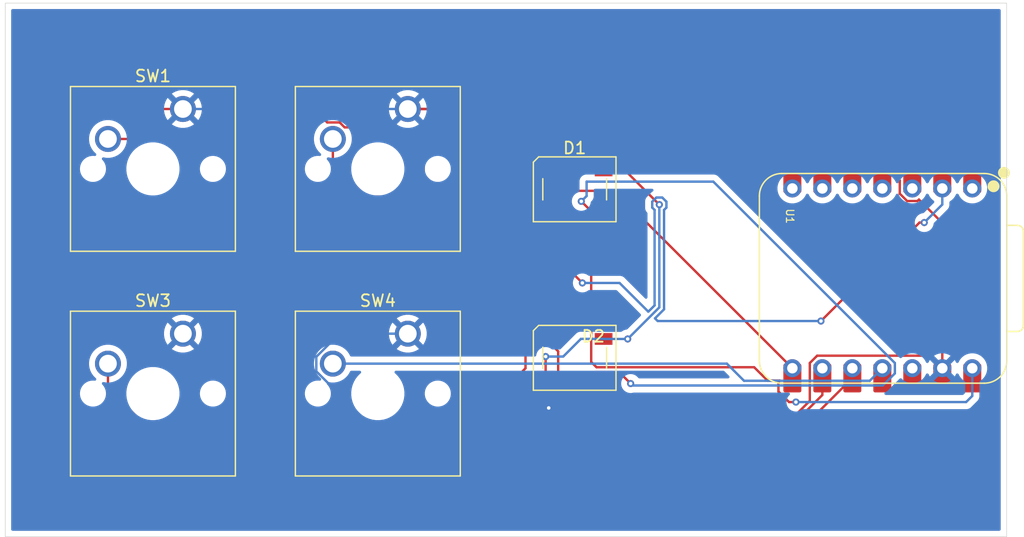
<source format=kicad_pcb>
(kicad_pcb (version 20241229) (generator "pcbnew") (generator_version "9.0")
  (layers (0 "F.Cu" signal) (2 "B.Cu" signal) (13 "F.Paste" user) (15 "B.Paste" user) (5 "F.SilkS" user "F.Silkscreen") (7 "B.SilkS" user "B.Silkscreen") (1 "F.Mask" user) (3 "B.Mask" user) (25 "Edge.Cuts" user))
  (net 0 "")
  (net 1 "GND")
  (net 2 "Net-(D1-DOUT)")
  (net 3 "Net-(U1-GPIO1{slash}RX)")
  (net 4 "Net-(U1-GPIO2{slash}SCK)")
  (net 5 "Net-(U1-GPIO4{slash}MISO)")
  (net 6 "Net-(U1-GPIO3{slash}MOSI)")
  (net 8 "+5V")
  (net 14 "Net-(D1-DIN)")
  (footprint "OPL:XIAO-RP2040-DIP" (layer "F.Cu") (at 164.02 92.94 -90)
    (property "Reference" "U1" (at -5.27 7.83 270) (layer "F.SilkS") (effects (font (size 0.635 0.635) (thickness 0.1016))))
    (property "Value" "XIAO-RP2040-DIP")
    (fp_line (start -6.985 10.414) (end 6.985 10.414) (stroke (width 0.127)) (layer "F.SilkS"))
    (fp_line (start -8.89 8.509) (end -8.89 -8.636) (stroke (width 0.127)) (layer "F.SilkS"))
    (fp_line (start 8.89 8.509) (end 8.89 -8.636) (stroke (width 0.127)) (layer "F.SilkS"))
    (fp_line (start -4.495 -10.541) (end -4.491272 -11.451272) (stroke (width 0.127)) (layer "F.SilkS"))
    (fp_line (start 6.985 -10.541) (end -6.985 -10.541) (stroke (width 0.1)) (layer "F.SilkS"))
    (fp_line (start 6.985 -10.541) (end -6.985 -10.541) (stroke (width 0.127)) (layer "F.SilkS"))
    (fp_line (start 4.504 -11.451) (end 4.504 -10.541) (stroke (width 0.127)) (layer "F.SilkS"))
    (fp_line (start -3.991272 -11.951) (end 4.004 -11.951) (stroke (width 0.127)) (layer "F.SilkS"))
    (fp_arc (start -6.985 10.414) (mid -8.332038 9.856038) (end -8.89 8.509) (stroke (width 0.127)) (layer "F.SilkS"))
    (fp_arc (start 8.89 8.509) (mid 8.332038 9.856038) (end 6.985 10.414) (stroke (width 0.127)) (layer "F.SilkS"))
    (fp_arc (start -8.89 -8.636) (mid -8.332038 -9.983038) (end -6.985 -10.541) (stroke (width 0.127)) (layer "F.SilkS"))
    (fp_arc (start 6.985 -10.541) (mid 8.332038 -9.983038) (end 8.89 -8.636) (stroke (width 0.127)) (layer "F.SilkS"))
    (fp_arc (start -4.491272 -11.451272) (mid -4.344728 -11.80464) (end -3.991272 -11.951) (stroke (width 0.127)) (layer "F.SilkS"))
    (fp_arc (start 4.004 -11.951) (mid 4.357553 -11.804553) (end 4.504 -11.451) (stroke (width 0.127)) (layer "F.SilkS"))
    (fp_circle (center -7.807 -9.42) (end -7.807 -9.674) (stroke (width 0.5)) (fill yes) (layer "F.SilkS"))
    (fp_circle (center -8.95 -10.3) (end -8.95 -10.554) (stroke (width 0.5)) (fill yes) (layer "F.SilkS"))
    (pad "1" smd roundrect (at -8.455 -7.62 90) (size 2.432 1.524) (layers "F.Cu" "F.Mask") (roundrect_rratio 0.1))
    (pad "1" thru_hole circle (at -7.62 -7.62 90) (size 1.524 1.524) (drill 0.889) (layers "*.Cu" "*.Mask"))
    (pad "2" smd roundrect (at -8.455 -5.08 90) (size 2.432 1.524) (layers "F.Cu" "F.Mask") (roundrect_rratio 0.1) (net 14 "Net-(D1-DIN)"))
    (pad "2" thru_hole circle (at -7.62 -5.08 90) (size 1.524 1.524) (drill 0.889) (layers "*.Cu" "*.Mask") (net 14 "Net-(D1-DIN)"))
    (pad "3" smd roundrect (at -8.455 -2.54 90) (size 2.432 1.524) (layers "F.Cu" "F.Mask") (roundrect_rratio 0.1))
    (pad "3" thru_hole circle (at -7.62 -2.54 90) (size 1.524 1.524) (drill 0.889) (layers "*.Cu" "*.Mask"))
    (pad "4" smd roundrect (at -8.455 0 90) (size 2.432 1.524) (layers "F.Cu" "F.Mask") (roundrect_rratio 0.1))
    (pad "4" thru_hole circle (at -7.62 0 90) (size 1.524 1.524) (drill 0.889) (layers "*.Cu" "*.Mask"))
    (pad "5" smd roundrect (at -8.455 2.54 90) (size 2.432 1.524) (layers "F.Cu" "F.Mask") (roundrect_rratio 0.1))
    (pad "5" thru_hole circle (at -7.62 2.54 90) (size 1.524 1.524) (drill 0.889) (layers "*.Cu" "*.Mask"))
    (pad "6" smd roundrect (at -8.455 5.08 90) (size 2.432 1.524) (layers "F.Cu" "F.Mask") (roundrect_rratio 0.1))
    (pad "6" thru_hole circle (at -7.62 5.08 90) (size 1.524 1.524) (drill 0.889) (layers "*.Cu" "*.Mask"))
    (pad "7" smd roundrect (at -8.455 7.62 90) (size 2.432 1.524) (layers "F.Cu" "F.Mask") (roundrect_rratio 0.1))
    (pad "7" thru_hole circle (at -7.62 7.62 90) (size 1.524 1.524) (drill 0.889) (layers "*.Cu" "*.Mask"))
    (pad "8" thru_hole circle (at 7.62 7.62 270) (size 1.524 1.524) (drill 0.889) (layers "*.Cu" "*.Mask") (net 3 "Net-(U1-GPIO1{slash}RX)"))
    (pad "8" smd roundrect (at 8.455 7.62 270) (size 2.432 1.524) (layers "F.Cu" "F.Mask") (roundrect_rratio 0.1) (net 3 "Net-(U1-GPIO1{slash}RX)"))
    (pad "9" thru_hole circle (at 7.62 5.08 270) (size 1.524 1.524) (drill 0.889) (layers "*.Cu" "*.Mask") (net 4 "Net-(U1-GPIO2{slash}SCK)"))
    (pad "9" smd roundrect (at 8.455 5.08 270) (size 2.432 1.524) (layers "F.Cu" "F.Mask") (roundrect_rratio 0.1) (net 4 "Net-(U1-GPIO2{slash}SCK)"))
    (pad "10" thru_hole circle (at 7.62 2.54 270) (size 1.524 1.524) (drill 0.889) (layers "*.Cu" "*.Mask") (net 5 "Net-(U1-GPIO4{slash}MISO)"))
    (pad "10" smd roundrect (at 8.455 2.54 270) (size 2.432 1.524) (layers "F.Cu" "F.Mask") (roundrect_rratio 0.1) (net 5 "Net-(U1-GPIO4{slash}MISO)"))
    (pad "11" thru_hole circle (at 7.62 0 270) (size 1.524 1.524) (drill 0.889) (layers "*.Cu" "*.Mask") (net 6 "Net-(U1-GPIO3{slash}MOSI)"))
    (pad "11" smd roundrect (at 8.455 0 270) (size 2.432 1.524) (layers "F.Cu" "F.Mask") (roundrect_rratio 0.1) (net 6 "Net-(U1-GPIO3{slash}MOSI)"))
    (pad "12" thru_hole circle (at 7.62 -2.54 270) (size 1.524 1.524) (drill 0.889) (layers "*.Cu" "*.Mask"))
    (pad "12" smd roundrect (at 8.455 -2.54 270) (size 2.432 1.524) (layers "F.Cu" "F.Mask") (roundrect_rratio 0.1))
    (pad "13" thru_hole circle (at 7.62 -5.08 270) (size 1.524 1.524) (drill 0.889) (layers "*.Cu" "*.Mask") (net 1 "GND"))
    (pad "13" smd roundrect (at 8.455 -5.08 270) (size 2.432 1.524) (layers "F.Cu" "F.Mask") (roundrect_rratio 0.1) (net 1 "GND"))
    (pad "14" thru_hole circle (at 7.62 -7.62 270) (size 1.524 1.524) (drill 0.889) (layers "*.Cu" "*.Mask") (net 8 "+5V"))
    (pad "14" smd roundrect (at 8.455 -7.62 270) (size 2.432 1.524) (layers "F.Cu" "F.Mask") (roundrect_rratio 0.1) (net 8 "+5V"))
  )
  (footprint "Button_Switch_Keyboard:SW_Cherry_MX_1.00u_PCB" (layer "F.Cu") (at 104.775 78.58125)
    (property "Reference" "SW1" (at -2.54 -2.794 0) (layer "F.SilkS"))
    (property "Value" "SW_Push")
    (fp_line (start -9.525 -1.905) (end 4.445 -1.905) (stroke (width 0.12)) (layer "F.SilkS"))
    (fp_line (start -9.525 12.065) (end -9.525 -1.905) (stroke (width 0.12)) (layer "F.SilkS"))
    (fp_line (start 4.445 -1.905) (end 4.445 12.065) (stroke (width 0.12)) (layer "F.SilkS"))
    (fp_line (start 4.445 12.065) (end -9.525 12.065) (stroke (width 0.12)) (layer "F.SilkS"))
    (pad "" np_thru_hole circle (at -7.62 5.08) (size 1.7 1.7) (drill 1.7) (layers "*.Cu" "*.Mask"))
    (pad "" np_thru_hole circle (at -2.54 5.08) (size 4 4) (drill 4) (layers "*.Cu" "*.Mask"))
    (pad "" np_thru_hole circle (at 2.54 5.08) (size 1.7 1.7) (drill 1.7) (layers "*.Cu" "*.Mask"))
    (pad "1" thru_hole circle (at 0 0) (size 2.2 2.2) (drill 1.5) (layers "*.Cu" "*.Mask") (net 1 "GND"))
    (pad "2" thru_hole circle (at -6.35 2.54) (size 2.2 2.2) (drill 1.5) (layers "*.Cu" "*.Mask") (net 3 "Net-(U1-GPIO1{slash}RX)"))
  )
  (footprint "Button_Switch_Keyboard:SW_Cherry_MX_1.00u_PCB" (layer "F.Cu") (at 123.825 97.63125)
    (property "Reference" "SW4" (at -2.54 -2.794 0) (layer "F.SilkS"))
    (property "Value" "SW_Push")
    (fp_line (start -9.525 -1.905) (end 4.445 -1.905) (stroke (width 0.12)) (layer "F.SilkS"))
    (fp_line (start -9.525 12.065) (end -9.525 -1.905) (stroke (width 0.12)) (layer "F.SilkS"))
    (fp_line (start 4.445 -1.905) (end 4.445 12.065) (stroke (width 0.12)) (layer "F.SilkS"))
    (fp_line (start 4.445 12.065) (end -9.525 12.065) (stroke (width 0.12)) (layer "F.SilkS"))
    (pad "" np_thru_hole circle (at -7.62 5.08) (size 1.7 1.7) (drill 1.7) (layers "*.Cu" "*.Mask"))
    (pad "" np_thru_hole circle (at -2.54 5.08) (size 4 4) (drill 4) (layers "*.Cu" "*.Mask"))
    (pad "" np_thru_hole circle (at 2.54 5.08) (size 1.7 1.7) (drill 1.7) (layers "*.Cu" "*.Mask"))
    (pad "1" thru_hole circle (at 0 0) (size 2.2 2.2) (drill 1.5) (layers "*.Cu" "*.Mask") (net 1 "GND"))
    (pad "2" thru_hole circle (at -6.35 2.54) (size 2.2 2.2) (drill 1.5) (layers "*.Cu" "*.Mask") (net 6 "Net-(U1-GPIO3{slash}MOSI)"))
  )
  (footprint "Button_Switch_Keyboard:SW_Cherry_MX_1.00u_PCB" (layer "F.Cu") (at 104.775 97.63125)
    (property "Reference" "SW3" (at -2.54 -2.794 0) (layer "F.SilkS"))
    (property "Value" "SW_Push")
    (fp_line (start -9.525 -1.905) (end 4.445 -1.905) (stroke (width 0.12)) (layer "F.SilkS"))
    (fp_line (start -9.525 12.065) (end -9.525 -1.905) (stroke (width 0.12)) (layer "F.SilkS"))
    (fp_line (start 4.445 -1.905) (end 4.445 12.065) (stroke (width 0.12)) (layer "F.SilkS"))
    (fp_line (start 4.445 12.065) (end -9.525 12.065) (stroke (width 0.12)) (layer "F.SilkS"))
    (pad "" np_thru_hole circle (at -7.62 5.08) (size 1.7 1.7) (drill 1.7) (layers "*.Cu" "*.Mask"))
    (pad "" np_thru_hole circle (at -2.54 5.08) (size 4 4) (drill 4) (layers "*.Cu" "*.Mask"))
    (pad "" np_thru_hole circle (at 2.54 5.08) (size 1.7 1.7) (drill 1.7) (layers "*.Cu" "*.Mask"))
    (pad "1" thru_hole circle (at 0 0) (size 2.2 2.2) (drill 1.5) (layers "*.Cu" "*.Mask") (net 1 "GND"))
    (pad "2" thru_hole circle (at -6.35 2.54) (size 2.2 2.2) (drill 1.5) (layers "*.Cu" "*.Mask") (net 5 "Net-(U1-GPIO4{slash}MISO)"))
  )
  (footprint "Button_Switch_Keyboard:SW_Cherry_MX_1.00u_PCB" (layer "F.Cu") (at 123.825 78.58125)
    (property "Reference" "SW2" (hide yes))
    (property "Value" "SW_Push")
    (fp_line (start -9.525 -1.905) (end 4.445 -1.905) (stroke (width 0.12)) (layer "F.SilkS"))
    (fp_line (start -9.525 12.065) (end -9.525 -1.905) (stroke (width 0.12)) (layer "F.SilkS"))
    (fp_line (start 4.445 -1.905) (end 4.445 12.065) (stroke (width 0.12)) (layer "F.SilkS"))
    (fp_line (start 4.445 12.065) (end -9.525 12.065) (stroke (width 0.12)) (layer "F.SilkS"))
    (pad "" np_thru_hole circle (at -7.62 5.08) (size 1.7 1.7) (drill 1.7) (layers "*.Cu" "*.Mask"))
    (pad "" np_thru_hole circle (at -2.54 5.08) (size 4 4) (drill 4) (layers "*.Cu" "*.Mask"))
    (pad "" np_thru_hole circle (at 2.54 5.08) (size 1.7 1.7) (drill 1.7) (layers "*.Cu" "*.Mask"))
    (pad "1" thru_hole circle (at 0 0) (size 2.2 2.2) (drill 1.5) (layers "*.Cu" "*.Mask") (net 1 "GND"))
    (pad "2" thru_hole circle (at -6.35 2.54) (size 2.2 2.2) (drill 1.5) (layers "*.Cu" "*.Mask") (net 4 "Net-(U1-GPIO2{slash}SCK)"))
  )
  (footprint "LED_SMD:LED_SK6812_PLCC4_5.0x5.0mm_P3.2mm" (layer "F.Cu") (at 137.96 85.39)
    (property "Reference" "D1" (at 0 -3.5 0) (layer "F.SilkS"))
    (property "Value" "SK6812")
    (fp_line (start -3.5 -2.3) (end -3.5 2.75) (stroke (width 0.12)) (layer "F.SilkS"))
    (fp_line (start -3.05 -2.75) (end -3.5 -2.3) (stroke (width 0.12)) (layer "F.SilkS"))
    (fp_line (start -2.7 -0.9) (end -2.7 0.9) (stroke (width 0.12)) (layer "F.SilkS"))
    (fp_line (start 2.7 -0.9) (end 2.7 0.9) (stroke (width 0.12)) (layer "F.SilkS"))
    (fp_line (start 3.5 -2.75) (end -3.05 -2.75) (stroke (width 0.12)) (layer "F.SilkS"))
    (fp_line (start 3.5 2.75) (end -3.5 2.75) (stroke (width 0.12)) (layer "F.SilkS"))
    (fp_line (start 3.5 2.75) (end 3.5 -2.75) (stroke (width 0.12)) (layer "F.SilkS"))
    (pad "1" smd rect (at -2.45 -1.6 180) (size 1.5 1) (layers "F.Cu" "F.Mask" "F.Paste") (net 1 "GND"))
    (pad "2" smd rect (at -2.45 1.6 180) (size 1.5 1) (layers "F.Cu" "F.Mask" "F.Paste") (net 14 "Net-(D1-DIN)"))
    (pad "3" smd rect (at 2.45 1.6 180) (size 1.5 1) (layers "F.Cu" "F.Mask" "F.Paste") (net 8 "+5V"))
    (pad "4" smd rect (at 2.45 -1.6 180) (size 1.5 1) (layers "F.Cu" "F.Mask" "F.Paste") (net 2 "Net-(D1-DOUT)"))
  )
  (footprint "LED_SMD:LED_SK6812_PLCC4_5.0x5.0mm_P3.2mm" (layer "F.Cu") (at 137.96 99.6775)
    (property "Reference" "D2" (at 1.58 -1.82 0) (layer "F.SilkS"))
    (property "Value" "SK6812" (hide yes))
    (fp_line (start -3.5 -2.3) (end -3.5 2.75) (stroke (width 0.12)) (layer "F.SilkS"))
    (fp_line (start -3.05 -2.75) (end -3.5 -2.3) (stroke (width 0.12)) (layer "F.SilkS"))
    (fp_line (start -2.7 -0.9) (end -2.7 0.9) (stroke (width 0.12)) (layer "F.SilkS"))
    (fp_line (start 2.7 -0.9) (end 2.7 0.9) (stroke (width 0.12)) (layer "F.SilkS"))
    (fp_line (start 3.5 -2.75) (end -3.05 -2.75) (stroke (width 0.12)) (layer "F.SilkS"))
    (fp_line (start 3.5 2.75) (end -3.5 2.75) (stroke (width 0.12)) (layer "F.SilkS"))
    (fp_line (start 3.5 2.75) (end 3.5 -2.75) (stroke (width 0.12)) (layer "F.SilkS"))
    (pad "1" smd rect (at -2.45 -1.6 180) (size 1.5 1) (layers "F.Cu" "F.Mask" "F.Paste") (net 1 "GND"))
    (pad "2" smd rect (at -2.45 1.6 180) (size 1.5 1) (layers "F.Cu" "F.Mask" "F.Paste") (net 2 "Net-(D1-DOUT)"))
    (pad "3" smd rect (at 2.45 1.6 180) (size 1.5 1) (layers "F.Cu" "F.Mask" "F.Paste") (net 8 "+5V"))
    (pad "4" smd rect (at 2.45 -1.6 180) (size 1.5 1) (layers "F.Cu" "F.Mask" "F.Paste"))
  )
  (gr_rect (start 89.725 69.60375) (end 174.54875 114.8475) (stroke (width 0.05)) (fill no) (layer "Edge.Cuts"))
  (segment (start 157.877 100.11969) (end 158.49969 99.497) (width 0.2) (layer "F.Cu") (net 1))
  (segment (start 135.51 83.79) (end 135.27 84.03) (width 0.2) (layer "F.Cu") (net 1))
  (segment (start 158.49969 99.497) (end 168.037 99.497) (width 0.2) (layer "F.Cu") (net 1))
  (segment (start 165.083 84.223) (end 165.497 84.637) (width 0.2) (layer "F.Cu") (net 1))
  (segment (start 136.561 99.1285) (end 135.51 98.0775) (width 0.2) (layer "F.Cu") (net 1))
  (segment (start 166.11969 86.383) (end 167.00031 86.383) (width 0.2) (layer "F.Cu") (net 1))
  (segment (start 165.083 83.229374) (end 165.083 84.223) (width 0.2) (layer "F.Cu") (net 1))
  (segment (start 138.9515 104.719) (end 136.549 104.719) (width 0.2) (layer "F.Cu") (net 1))
  (segment (start 167.00031 86.383) (end 167.121655 86.261655) (width 0.2) (layer "F.Cu") (net 1))
  (segment (start 165.497 84.637) (end 165.497 85.76031) (width 0.2) (layer "F.Cu") (net 1))
  (segment (start 163.828 82.968) (end 164.821626 82.968) (width 0.2) (layer "F.Cu") (net 1))
  (segment (start 123.825 78.58125) (end 130.30125 78.58125) (width 0.2) (layer "F.Cu") (net 1))
  (segment (start 136.549 104.719) (end 135.76 103.93) (width 0.2) (layer "F.Cu") (net 1))
  (segment (start 135.27 84.03) (end 135.27 84.17) (width 0.2) (layer "F.Cu") (net 1))
  (segment (start 159.44125 78.58125) (end 163.828 82.968) (width 0.2) (layer "F.Cu") (net 1))
  (segment (start 156.4839 104.719) (end 157.877 103.3259) (width 0.2) (layer "F.Cu") (net 1))
  (segment (start 136.561 103.129) (end 136.561 99.1285) (width 0.2) (layer "F.Cu") (net 1))
  (segment (start 104.775 78.58125) (end 96.13875 78.58125) (width 0.2) (layer "F.Cu") (net 1))
  (segment (start 167.121655 86.261655) (end 169.1 88.24) (width 0.2) (layer "F.Cu") (net 1))
  (segment (start 138.9515 104.719) (end 156.4839 104.719) (width 0.2) (layer "F.Cu") (net 1))
  (segment (start 168.037 99.497) (end 169.1 100.56) (width 0.2) (layer "F.Cu") (net 1))
  (segment (start 96.13875 78.58125) (end 94.24 80.48) (width 0.2) (layer "F.Cu") (net 1))
  (segment (start 135.76 103.93) (end 136.561 103.129) (width 0.2) (layer "F.Cu") (net 1))
  (segment (start 164.821626 82.968) (end 165.083 83.229374) (width 0.2) (layer "F.Cu") (net 1))
  (segment (start 94.24 87.09625) (end 104.775 97.63125) (width 0.2) (layer "F.Cu") (net 1))
  (segment (start 169.1 88.24) (end 169.1 100.56) (width 0.2) (layer "F.Cu") (net 1))
  (segment (start 165.497 85.76031) (end 166.11969 86.383) (width 0.2) (layer "F.Cu") (net 1))
  (segment (start 123.825 78.58125) (end 159.44125 78.58125) (width 0.2) (layer "F.Cu") (net 1))
  (segment (start 94.24 80.48) (end 94.24 87.09625) (width 0.2) (layer "F.Cu") (net 1))
  (segment (start 157.877 103.3259) (end 157.877 100.11969) (width 0.2) (layer "F.Cu") (net 1))
  (segment (start 130.30125 78.58125) (end 135.22645 83.50645) (width 0.2) (layer "F.Cu") (net 1))
  (via (at 135.76 103.93) (size 0.6) (drill 0.3) (layers "F.Cu" "B.Cu") (net 1))
  (segment (start 116.074 100.825066) (end 116.074 99.590936) (width 0.2) (layer "B.Cu") (net 1))
  (segment (start 135.76 103.93) (end 134.62775 105.06225) (width 0.2) (layer "B.Cu") (net 1))
  (segment (start 120.311184 105.06225) (end 116.074 100.825066) (width 0.2) (layer "B.Cu") (net 1))
  (segment (start 116.074 99.590936) (end 118.033686 97.63125) (width 0.2) (layer "B.Cu") (net 1))
  (segment (start 104.775 78.58125) (end 123.825 78.58125) (width 0.2) (layer "B.Cu") (net 1))
  (segment (start 118.033686 97.63125) (end 123.825 97.63125) (width 0.2) (layer "B.Cu") (net 1))
  (segment (start 134.62775 105.06225) (end 120.311184 105.06225) (width 0.2) (layer "B.Cu") (net 1))
  (segment (start 135.5 101.2675) (end 135.51 101.2775) (width 0.2) (layer "F.Cu") (net 2))
  (segment (start 142.45 98.08) (end 142.4475 98.0775) (width 0.2) (layer "F.Cu") (net 2))
  (segment (start 135.5 99.57125) (end 135.5 101.2675) (width 0.2) (layer "F.Cu") (net 2))
  (segment (start 140.41 83.79) (end 142.23 83.79) (width 0.2) (layer "F.Cu") (net 2))
  (segment (start 142.23 83.79) (end 145.13 86.69) (width 0.2) (layer "F.Cu") (net 2))
  (via (at 135.5 99.57125) (size 0.6) (drill 0.3) (layers "F.Cu" "B.Cu") (net 2))
  (via (at 145.13 86.69) (size 0.6) (drill 0.3) (layers "F.Cu" "B.Cu") (net 2))
  (via (at 142.45 98.08) (size 0.6) (drill 0.3) (layers "F.Cu" "B.Cu") (net 2))
  (segment (start 138.49 98.07) (end 136.98875 99.57125) (width 0.2) (layer "B.Cu") (net 2))
  (segment (start 145.13 95.4) (end 142.45 98.08) (width 0.2) (layer "B.Cu") (net 2))
  (segment (start 142.45 98.08) (end 140.39 98.08) (width 0.2) (layer "B.Cu") (net 2))
  (segment (start 136.98875 99.57125) (end 135.5 99.57125) (width 0.2) (layer "B.Cu") (net 2))
  (segment (start 140.38 98.07) (end 140.39 98.08) (width 0.2) (layer "B.Cu") (net 2))
  (segment (start 145.13 86.69) (end 145.13 95.4) (width 0.2) (layer "B.Cu") (net 2))
  (segment (start 138.49 98.07) (end 140.38 98.07) (width 0.2) (layer "B.Cu") (net 2))
  (segment (start 125.36389 82.96389) (end 122.54 80.14) (width 0.2) (layer "F.Cu") (net 3))
  (segment (start 109.296314 81.12125) (end 98.425 81.12125) (width 0.2) (layer "F.Cu") (net 3))
  (segment (start 127.06236 84.66236) (end 126.86247 84.86225) (width 0.2) (layer "F.Cu") (net 3))
  (segment (start 125.86753 84.86225) (end 125.164 84.15872) (width 0.2) (layer "F.Cu") (net 3))
  (segment (start 141.359 85.519) (end 127.919 85.519) (width 0.2) (layer "F.Cu") (net 3))
  (segment (start 125.164 84.15872) (end 125.164 83.16378) (width 0.2) (layer "F.Cu") (net 3))
  (segment (start 116.998 79.72025) (end 116.26 78.98225) (width 0.2) (layer "F.Cu") (net 3))
  (segment (start 118.055314 79.72025) (end 116.998 79.72025) (width 0.2) (layer "F.Cu") (net 3))
  (segment (start 126.86247 84.86225) (end 125.86753 84.86225) (width 0.2) (layer "F.Cu") (net 3))
  (segment (start 109.877564 80.54) (end 109.296314 81.12125) (width 0.2) (layer "F.Cu") (net 3))
  (segment (start 125.164 83.16378) (end 125.36389 82.96389) (width 0.2) (layer "F.Cu") (net 3))
  (segment (start 127.919 85.519) (end 127.06236 84.66236) (width 0.2) (layer "F.Cu") (net 3))
  (segment (start 118.475064 80.14) (end 118.055314 79.72025) (width 0.2) (layer "F.Cu") (net 3))
  (segment (start 156.4 100.56) (end 141.359 85.519) (width 0.2) (layer "F.Cu") (net 3))
  (segment (start 114.70225 80.54) (end 109.877564 80.54) (width 0.2) (layer "F.Cu") (net 3))
  (segment (start 116.26 78.98225) (end 114.70225 80.54) (width 0.2) (layer "F.Cu") (net 3))
  (segment (start 122.54 80.14) (end 118.475064 80.14) (width 0.2) (layer "F.Cu") (net 3))
  (segment (start 133.795 95.825) (end 133.795 100.565) (width 0.2) (layer "F.Cu") (net 4))
  (segment (start 117.475 83.176066) (end 120.311184 86.01225) (width 0.2) (layer "F.Cu") (net 4))
  (segment (start 133.88 95.57) (end 133.79 95.66) (width 0.2) (layer "F.Cu") (net 4))
  (segment (start 133.83 91.28) (end 133.88 91.28) (width 0.2) (layer "F.Cu") (net 4))
  (segment (start 121.71 86.01225) (end 122.37775 86.68) (width 0.2) (layer "F.Cu") (net 4))
  (segment (start 133.795 100.565) (end 132.37 101.99) (width 0.2) (layer "F.Cu") (net 4))
  (segment (start 117.475 81.12125) (end 117.475 83.176066) (width 0.2) (layer "F.Cu") (net 4))
  (segment (start 124.38 86.48) (end 125.38 87.48) (width 0.2) (layer "F.Cu") (net 4))
  (segment (start 133.79 95.82) (end 133.795 95.825) (width 0.2) (layer "F.Cu") (net 4))
  (segment (start 132.26 89.71) (end 133.83 91.28) (width 0.2) (layer "F.Cu") (net 4))
  (segment (start 130.19 89.71) (end 132.26 89.71) (width 0.2) (layer "F.Cu") (net 4))
  (segment (start 122.37775 86.68) (end 124.18 86.68) (width 0.2) (layer "F.Cu") (net 4))
  (segment (start 120.311184 86.01225) (end 121.71 86.01225) (width 0.2) (layer "F.Cu") (net 4))
  (segment (start 133.88 91.28) (end 133.88 95.57) (width 0.2) (layer "F.Cu") (net 4))
  (segment (start 125.38 87.48) (end 127.96 87.48) (width 0.2) (layer "F.Cu") (net 4))
  (segment (start 124.18 86.68) (end 124.38 86.48) (width 0.2) (layer "F.Cu") (net 4))
  (segment (start 158.94 102.83) (end 158.94 101.395) (width 0.2) (layer "F.Cu") (net 4))
  (segment (start 127.96 87.48) (end 130.19 89.71) (width 0.2) (layer "F.Cu") (net 4))
  (segment (start 132.37 101.99) (end 135.5 105.12) (width 0.2) (layer "F.Cu") (net 4))
  (segment (start 135.5 105.12) (end 156.65 105.12) (width 0.2) (layer "F.Cu") (net 4))
  (segment (start 156.65 105.12) (end 158.94 102.83) (width 0.2) (layer "F.Cu") (net 4))
  (segment (start 133.79 95.66) (end 133.79 95.82) (width 0.2) (layer "F.Cu") (net 4))
  (segment (start 101.719934 105.521) (end 98.425 102.226066) (width 0.2) (layer "F.Cu") (net 5))
  (segment (start 157.354 105.521) (end 101.719934 105.521) (width 0.2) (layer "F.Cu") (net 5))
  (segment (start 98.425 102.226066) (end 98.425 100.17125) (width 0.2) (layer "F.Cu") (net 5))
  (segment (start 161.48 101.395) (end 157.354 105.521) (width 0.2) (layer "F.Cu") (net 5))
  (segment (start 117.475 100.17125) (end 150.85125 100.17125) (width 0.2) (layer "B.Cu") (net 6))
  (segment (start 150.85125 100.17125) (end 152.303 101.623) (width 0.2) (layer "B.Cu") (net 6))
  (segment (start 162.957 101.623) (end 164.02 100.56) (width 0.2) (layer "B.Cu") (net 6))
  (segment (start 152.303 101.623) (end 162.957 101.623) (width 0.2) (layer "B.Cu") (net 6))
  (segment (start 139.359 88.041) (end 140.41 86.99) (width 0.2) (layer "F.Cu") (net 8))
  (segment (start 139.359 100.029) (end 139.359 88.041) (width 0.2) (layer "F.Cu") (net 8))
  (segment (start 142.1175 101.2775) (end 140.41 101.2775) (width 0.2) (layer "F.Cu") (net 8))
  (segment (start 153.162874 100.4765) (end 139.8065 100.4765) (width 0.2) (layer "F.Cu") (net 8))
  (segment (start 156.116374 103.43) (end 155.22 102.533626) (width 0.2) (layer "F.Cu") (net 8))
  (segment (start 142.7 101.86) (end 142.1175 101.2775) (width 0.2) (layer "F.Cu") (net 8))
  (segment (start 139.1 86.99) (end 138.52 86.41) (width 0.2) (layer "F.Cu") (net 8))
  (segment (start 155.337 101.61) (end 154.296374 101.61) (width 0.2) (layer "F.Cu") (net 8))
  (segment (start 139.8065 100.4765) (end 139.359 100.029) (width 0.2) (layer "F.Cu") (net 8))
  (segment (start 156.116374 103.43) (end 156.7 103.43) (width 0.2) (layer "F.Cu") (net 8))
  (segment (start 140.41 86.99) (end 139.1 86.99) (width 0.2) (layer "F.Cu") (net 8))
  (segment (start 155.22 101.727) (end 155.337 101.61) (width 0.2) (layer "F.Cu") (net 8))
  (segment (start 155.22 102.533626) (end 155.22 101.727) (width 0.2) (layer "F.Cu") (net 8))
  (segment (start 154.296374 101.61) (end 153.162874 100.4765) (width 0.2) (layer "F.Cu") (net 8))
  (via (at 142.7 101.86) (size 0.6) (drill 0.3) (layers "F.Cu" "B.Cu") (net 8))
  (via (at 138.52 86.41) (size 0.6) (drill 0.3) (layers "F.Cu" "B.Cu") (net 8))
  (via (at 156.7 103.43) (size 0.6) (drill 0.3) (layers "F.Cu" "B.Cu") (net 8))
  (segment (start 138.97 84.74) (end 149.70331 84.74) (width 0.2) (layer "B.Cu") (net 8))
  (segment (start 156.7 103.43) (end 171.11775 103.43) (width 0.2) (layer "B.Cu") (net 8))
  (segment (start 171.64 102.90775) (end 171.64 100.56) (width 0.2) (layer "B.Cu") (net 8))
  (segment (start 138.52 86.41) (end 138.97 85.96) (width 0.2) (layer "B.Cu") (net 8))
  (segment (start 149.70331 84.74) (end 165.083 100.11969) (width 0.2) (layer "B.Cu") (net 8))
  (segment (start 142.864 102.024) (end 142.7 101.86) (width 0.2) (layer "B.Cu") (net 8))
  (segment (start 165.083 100.11969) (end 165.083 101.00031) (width 0.2) (layer "B.Cu") (net 8))
  (segment (start 165.083 101.00031) (end 164.05931 102.024) (width 0.2) (layer "B.Cu") (net 8))
  (segment (start 171.11775 103.43) (end 171.64 102.90775) (width 0.2) (layer "B.Cu") (net 8))
  (segment (start 164.05931 102.024) (end 142.864 102.024) (width 0.2) (layer "B.Cu") (net 8))
  (segment (start 138.97 85.96) (end 138.97 84.74) (width 0.2) (layer "B.Cu") (net 8))
  (segment (start 135.51 86.99) (end 135.51 90.23) (width 0.2) (layer "F.Cu") (net 14))
  (segment (start 158.82 96.56) (end 167.17 88.21) (width 0.2) (layer "F.Cu") (net 14))
  (segment (start 135.51 90.23) (end 138.61 93.33) (width 0.2) (layer "F.Cu") (net 14))
  (segment (start 167.17 88.21) (end 167.57 88.21) (width 0.2) (layer "F.Cu") (net 14))
  (via (at 138.61 93.33) (size 0.6) (drill 0.3) (layers "F.Cu" "B.Cu") (net 14))
  (via (at 167.57 88.21) (size 0.6) (drill 0.3) (layers "F.Cu" "B.Cu") (net 14))
  (via (at 158.82 96.56) (size 0.6) (drill 0.3) (layers "F.Cu" "B.Cu") (net 14))
  (segment (start 144.529 86.441057) (end 144.529 86.938943) (width 0.2) (layer "B.Cu") (net 14))
  (segment (start 145.378943 86.089) (end 144.881057 86.089) (width 0.2) (layer "B.Cu") (net 14))
  (segment (start 144.529 86.938943) (end 144.729 87.138943) (width 0.2) (layer "B.Cu") (net 14))
  (segment (start 144.99 96.56) (end 144.76355 96.33355) (width 0.2) (layer "B.Cu") (net 14))
  (segment (start 141.76 93.33) (end 138.61 93.33) (width 0.2) (layer "B.Cu") (net 14))
  (segment (start 145.731 86.938943) (end 145.731 86.441057) (width 0.2) (layer "B.Cu") (net 14))
  (segment (start 144.729 87.138943) (end 144.729 95.2339) (width 0.2) (layer "B.Cu") (net 14))
  (segment (start 144.19645 95.76645) (end 141.76 93.33) (width 0.2) (layer "B.Cu") (net 14))
  (segment (start 145.531 87.138943) (end 145.731 86.938943) (width 0.2) (layer "B.Cu") (net 14))
  (segment (start 145.731 86.441057) (end 145.378943 86.089) (width 0.2) (layer "B.Cu") (net 14))
  (segment (start 167.57 88.21) (end 169.1 86.68) (width 0.2) (layer "B.Cu") (net 14))
  (segment (start 158.82 96.56) (end 144.99 96.56) (width 0.2) (layer "B.Cu") (net 14))
  (segment (start 144.729 95.2339) (end 144.19645 95.76645) (width 0.2) (layer "B.Cu") (net 14))
  (segment (start 169.1 86.68) (end 169.1 85.32) (width 0.2) (layer "B.Cu") (net 14))
  (segment (start 144.881057 86.089) (end 144.529 86.441057) (width 0.2) (layer "B.Cu") (net 14))
  (segment (start 145.531 95.5661) (end 145.531 87.138943) (width 0.2) (layer "B.Cu") (net 14))
  (segment (start 144.76355 96.33355) (end 145.531 95.5661) (width 0.2) (layer "B.Cu") (net 14))
  (zone (net 1) (net_name "GND") (layer "B.Cu") (connect_pads (clearance 0.5)) (min_thickness 0.25) (fill yes (thermal_gap 0.5) (thermal_bridge_width 0.5))
    (polygon (pts (xy 89.81 69.64) (xy 89.81 114.43) (xy 174.55 114.896552) (xy 174.55 69.641143) (xy 90.04 69.56) (xy 89.81 69.87) (xy 89.96 69.87) (xy 89.28 69.95) (xy 89.89 69.64) (xy 90.5 69.56) (xy 90.35 69.72) (xy 90.35 69.34)))
  )
)
</source>
